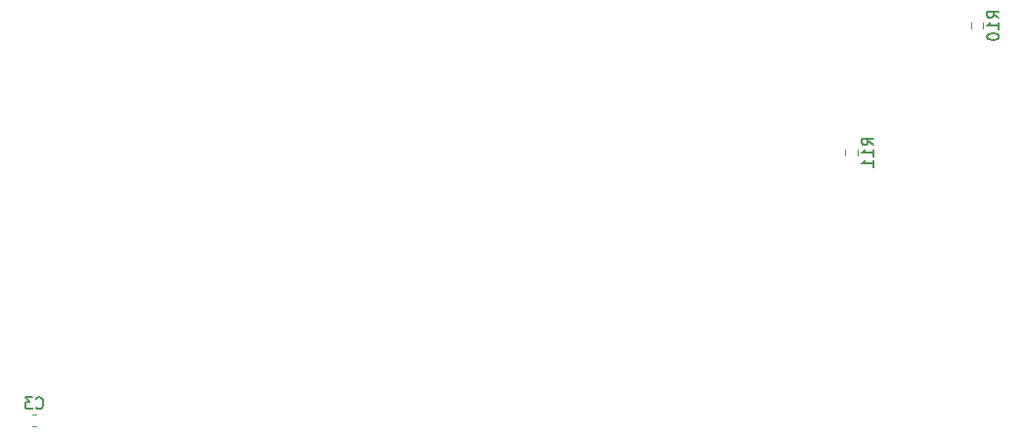
<source format=gbr>
%TF.GenerationSoftware,KiCad,Pcbnew,7.0.1*%
%TF.CreationDate,2024-01-30T16:28:06+02:00*%
%TF.ProjectId,EB-190,45422d31-3930-42e6-9b69-6361645f7063,rev?*%
%TF.SameCoordinates,Original*%
%TF.FileFunction,Legend,Bot*%
%TF.FilePolarity,Positive*%
%FSLAX46Y46*%
G04 Gerber Fmt 4.6, Leading zero omitted, Abs format (unit mm)*
G04 Created by KiCad (PCBNEW 7.0.1) date 2024-01-30 16:28:06*
%MOMM*%
%LPD*%
G01*
G04 APERTURE LIST*
%ADD10C,0.150000*%
%ADD11C,0.120000*%
G04 APERTURE END LIST*
D10*
%TO.C,R10*%
X213787520Y-28940392D02*
X213311329Y-28607059D01*
X213787520Y-28368964D02*
X212787520Y-28368964D01*
X212787520Y-28368964D02*
X212787520Y-28749916D01*
X212787520Y-28749916D02*
X212835139Y-28845154D01*
X212835139Y-28845154D02*
X212882758Y-28892773D01*
X212882758Y-28892773D02*
X212977996Y-28940392D01*
X212977996Y-28940392D02*
X213120853Y-28940392D01*
X213120853Y-28940392D02*
X213216091Y-28892773D01*
X213216091Y-28892773D02*
X213263710Y-28845154D01*
X213263710Y-28845154D02*
X213311329Y-28749916D01*
X213311329Y-28749916D02*
X213311329Y-28368964D01*
X213787520Y-29892773D02*
X213787520Y-29321345D01*
X213787520Y-29607059D02*
X212787520Y-29607059D01*
X212787520Y-29607059D02*
X212930377Y-29511821D01*
X212930377Y-29511821D02*
X213025615Y-29416583D01*
X213025615Y-29416583D02*
X213073234Y-29321345D01*
X212787520Y-30511821D02*
X212787520Y-30607059D01*
X212787520Y-30607059D02*
X212835139Y-30702297D01*
X212835139Y-30702297D02*
X212882758Y-30749916D01*
X212882758Y-30749916D02*
X212977996Y-30797535D01*
X212977996Y-30797535D02*
X213168472Y-30845154D01*
X213168472Y-30845154D02*
X213406567Y-30845154D01*
X213406567Y-30845154D02*
X213597043Y-30797535D01*
X213597043Y-30797535D02*
X213692281Y-30749916D01*
X213692281Y-30749916D02*
X213739901Y-30702297D01*
X213739901Y-30702297D02*
X213787520Y-30607059D01*
X213787520Y-30607059D02*
X213787520Y-30511821D01*
X213787520Y-30511821D02*
X213739901Y-30416583D01*
X213739901Y-30416583D02*
X213692281Y-30368964D01*
X213692281Y-30368964D02*
X213597043Y-30321345D01*
X213597043Y-30321345D02*
X213406567Y-30273726D01*
X213406567Y-30273726D02*
X213168472Y-30273726D01*
X213168472Y-30273726D02*
X212977996Y-30321345D01*
X212977996Y-30321345D02*
X212882758Y-30368964D01*
X212882758Y-30368964D02*
X212835139Y-30416583D01*
X212835139Y-30416583D02*
X212787520Y-30511821D01*
%TO.C,C3*%
X130468666Y-62691380D02*
X130516285Y-62739000D01*
X130516285Y-62739000D02*
X130659142Y-62786619D01*
X130659142Y-62786619D02*
X130754380Y-62786619D01*
X130754380Y-62786619D02*
X130897237Y-62739000D01*
X130897237Y-62739000D02*
X130992475Y-62643761D01*
X130992475Y-62643761D02*
X131040094Y-62548523D01*
X131040094Y-62548523D02*
X131087713Y-62358047D01*
X131087713Y-62358047D02*
X131087713Y-62215190D01*
X131087713Y-62215190D02*
X131040094Y-62024714D01*
X131040094Y-62024714D02*
X130992475Y-61929476D01*
X130992475Y-61929476D02*
X130897237Y-61834238D01*
X130897237Y-61834238D02*
X130754380Y-61786619D01*
X130754380Y-61786619D02*
X130659142Y-61786619D01*
X130659142Y-61786619D02*
X130516285Y-61834238D01*
X130516285Y-61834238D02*
X130468666Y-61881857D01*
X130135332Y-61786619D02*
X129516285Y-61786619D01*
X129516285Y-61786619D02*
X129849618Y-62167571D01*
X129849618Y-62167571D02*
X129706761Y-62167571D01*
X129706761Y-62167571D02*
X129611523Y-62215190D01*
X129611523Y-62215190D02*
X129563904Y-62262809D01*
X129563904Y-62262809D02*
X129516285Y-62358047D01*
X129516285Y-62358047D02*
X129516285Y-62596142D01*
X129516285Y-62596142D02*
X129563904Y-62691380D01*
X129563904Y-62691380D02*
X129611523Y-62739000D01*
X129611523Y-62739000D02*
X129706761Y-62786619D01*
X129706761Y-62786619D02*
X129992475Y-62786619D01*
X129992475Y-62786619D02*
X130087713Y-62739000D01*
X130087713Y-62739000D02*
X130135332Y-62691380D01*
%TO.C,R11*%
X202933619Y-39933142D02*
X202457428Y-39599809D01*
X202933619Y-39361714D02*
X201933619Y-39361714D01*
X201933619Y-39361714D02*
X201933619Y-39742666D01*
X201933619Y-39742666D02*
X201981238Y-39837904D01*
X201981238Y-39837904D02*
X202028857Y-39885523D01*
X202028857Y-39885523D02*
X202124095Y-39933142D01*
X202124095Y-39933142D02*
X202266952Y-39933142D01*
X202266952Y-39933142D02*
X202362190Y-39885523D01*
X202362190Y-39885523D02*
X202409809Y-39837904D01*
X202409809Y-39837904D02*
X202457428Y-39742666D01*
X202457428Y-39742666D02*
X202457428Y-39361714D01*
X202933619Y-40885523D02*
X202933619Y-40314095D01*
X202933619Y-40599809D02*
X201933619Y-40599809D01*
X201933619Y-40599809D02*
X202076476Y-40504571D01*
X202076476Y-40504571D02*
X202171714Y-40409333D01*
X202171714Y-40409333D02*
X202219333Y-40314095D01*
X202933619Y-41837904D02*
X202933619Y-41266476D01*
X202933619Y-41552190D02*
X201933619Y-41552190D01*
X201933619Y-41552190D02*
X202076476Y-41456952D01*
X202076476Y-41456952D02*
X202171714Y-41361714D01*
X202171714Y-41361714D02*
X202219333Y-41266476D01*
D11*
%TO.C,R10*%
X211372401Y-29820508D02*
X211372401Y-29345992D01*
X212417401Y-29820508D02*
X212417401Y-29345992D01*
%TO.C,C3*%
X130442580Y-64264000D02*
X130161420Y-64264000D01*
X130442580Y-63244000D02*
X130161420Y-63244000D01*
%TO.C,R11*%
X200518500Y-40813258D02*
X200518500Y-40338742D01*
X201563500Y-40813258D02*
X201563500Y-40338742D01*
%TD*%
M02*

</source>
